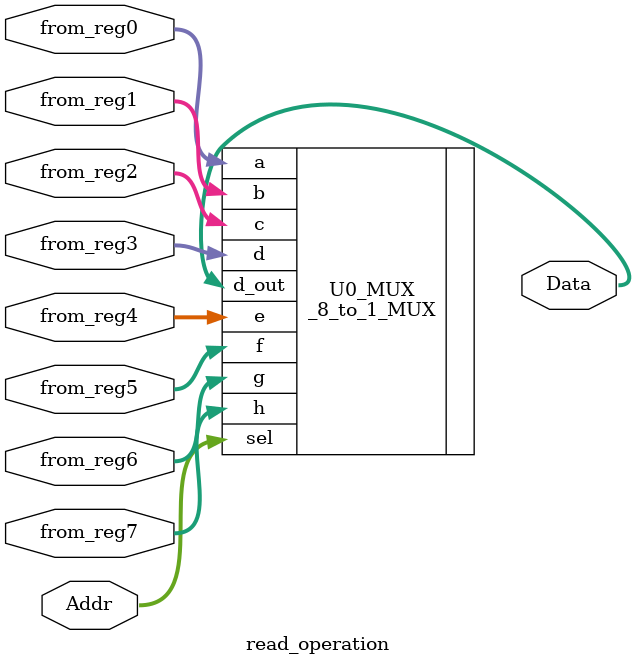
<source format=v>
module read_operation (Addr, Data, from_reg0, from_reg1, from_reg2, from_reg3, from_reg4, from_reg5, from_reg6, from_reg7);
	input [31:0] from_reg0, from_reg1, from_reg2, from_reg3, from_reg4, from_reg5, from_reg6, from_reg7;
	input [2:0] Addr;
	output [31:0] Data;

	//Instance of mux
	
	_8_to_1_MUX U0_MUX(.a(from_reg0), .b(from_reg1), .c(from_reg2), .d(from_reg3), .e(from_reg4), .f(from_reg5), .g(from_reg6), .h(from_reg7), .sel(Addr), .d_out(Data));
	
	
	
endmodule

</source>
